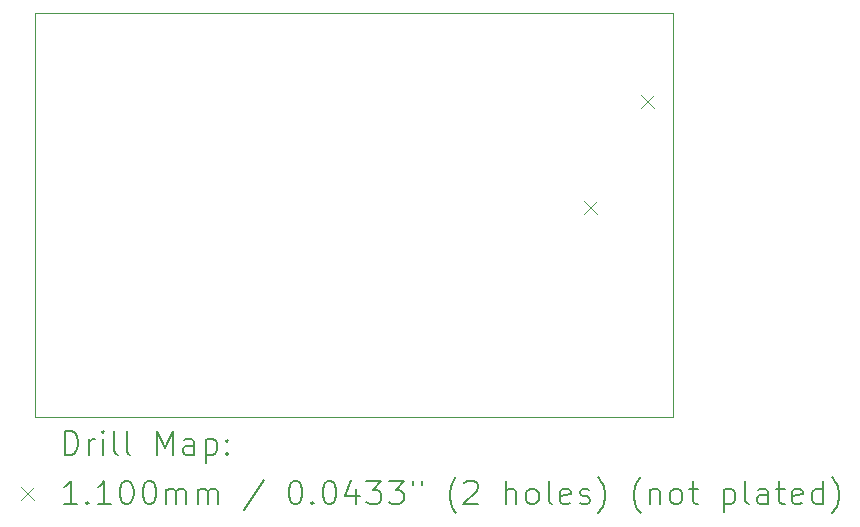
<source format=gbr>
%TF.GenerationSoftware,KiCad,Pcbnew,7.0.10*%
%TF.CreationDate,2025-02-08T16:12:34-05:00*%
%TF.ProjectId,pcb_v2,7063625f-7632-42e6-9b69-6361645f7063,rev?*%
%TF.SameCoordinates,Original*%
%TF.FileFunction,Drillmap*%
%TF.FilePolarity,Positive*%
%FSLAX45Y45*%
G04 Gerber Fmt 4.5, Leading zero omitted, Abs format (unit mm)*
G04 Created by KiCad (PCBNEW 7.0.10) date 2025-02-08 16:12:34*
%MOMM*%
%LPD*%
G01*
G04 APERTURE LIST*
%ADD10C,0.100000*%
%ADD11C,0.200000*%
%ADD12C,0.110000*%
G04 APERTURE END LIST*
D10*
X11355000Y-7679000D02*
X16755000Y-7679000D01*
X16755000Y-11104000D01*
X11355000Y-11104000D01*
X11355000Y-7679000D01*
D11*
D12*
X16004000Y-9274000D02*
X16114000Y-9384000D01*
X16114000Y-9274000D02*
X16004000Y-9384000D01*
X16486000Y-8378000D02*
X16596000Y-8488000D01*
X16596000Y-8378000D02*
X16486000Y-8488000D01*
D11*
X11610777Y-11420484D02*
X11610777Y-11220484D01*
X11610777Y-11220484D02*
X11658396Y-11220484D01*
X11658396Y-11220484D02*
X11686967Y-11230008D01*
X11686967Y-11230008D02*
X11706015Y-11249055D01*
X11706015Y-11249055D02*
X11715539Y-11268103D01*
X11715539Y-11268103D02*
X11725062Y-11306198D01*
X11725062Y-11306198D02*
X11725062Y-11334769D01*
X11725062Y-11334769D02*
X11715539Y-11372865D01*
X11715539Y-11372865D02*
X11706015Y-11391912D01*
X11706015Y-11391912D02*
X11686967Y-11410960D01*
X11686967Y-11410960D02*
X11658396Y-11420484D01*
X11658396Y-11420484D02*
X11610777Y-11420484D01*
X11810777Y-11420484D02*
X11810777Y-11287150D01*
X11810777Y-11325246D02*
X11820301Y-11306198D01*
X11820301Y-11306198D02*
X11829824Y-11296674D01*
X11829824Y-11296674D02*
X11848872Y-11287150D01*
X11848872Y-11287150D02*
X11867920Y-11287150D01*
X11934586Y-11420484D02*
X11934586Y-11287150D01*
X11934586Y-11220484D02*
X11925062Y-11230008D01*
X11925062Y-11230008D02*
X11934586Y-11239531D01*
X11934586Y-11239531D02*
X11944110Y-11230008D01*
X11944110Y-11230008D02*
X11934586Y-11220484D01*
X11934586Y-11220484D02*
X11934586Y-11239531D01*
X12058396Y-11420484D02*
X12039348Y-11410960D01*
X12039348Y-11410960D02*
X12029824Y-11391912D01*
X12029824Y-11391912D02*
X12029824Y-11220484D01*
X12163158Y-11420484D02*
X12144110Y-11410960D01*
X12144110Y-11410960D02*
X12134586Y-11391912D01*
X12134586Y-11391912D02*
X12134586Y-11220484D01*
X12391729Y-11420484D02*
X12391729Y-11220484D01*
X12391729Y-11220484D02*
X12458396Y-11363341D01*
X12458396Y-11363341D02*
X12525062Y-11220484D01*
X12525062Y-11220484D02*
X12525062Y-11420484D01*
X12706015Y-11420484D02*
X12706015Y-11315722D01*
X12706015Y-11315722D02*
X12696491Y-11296674D01*
X12696491Y-11296674D02*
X12677443Y-11287150D01*
X12677443Y-11287150D02*
X12639348Y-11287150D01*
X12639348Y-11287150D02*
X12620301Y-11296674D01*
X12706015Y-11410960D02*
X12686967Y-11420484D01*
X12686967Y-11420484D02*
X12639348Y-11420484D01*
X12639348Y-11420484D02*
X12620301Y-11410960D01*
X12620301Y-11410960D02*
X12610777Y-11391912D01*
X12610777Y-11391912D02*
X12610777Y-11372865D01*
X12610777Y-11372865D02*
X12620301Y-11353817D01*
X12620301Y-11353817D02*
X12639348Y-11344293D01*
X12639348Y-11344293D02*
X12686967Y-11344293D01*
X12686967Y-11344293D02*
X12706015Y-11334769D01*
X12801253Y-11287150D02*
X12801253Y-11487150D01*
X12801253Y-11296674D02*
X12820301Y-11287150D01*
X12820301Y-11287150D02*
X12858396Y-11287150D01*
X12858396Y-11287150D02*
X12877443Y-11296674D01*
X12877443Y-11296674D02*
X12886967Y-11306198D01*
X12886967Y-11306198D02*
X12896491Y-11325246D01*
X12896491Y-11325246D02*
X12896491Y-11382388D01*
X12896491Y-11382388D02*
X12886967Y-11401436D01*
X12886967Y-11401436D02*
X12877443Y-11410960D01*
X12877443Y-11410960D02*
X12858396Y-11420484D01*
X12858396Y-11420484D02*
X12820301Y-11420484D01*
X12820301Y-11420484D02*
X12801253Y-11410960D01*
X12982205Y-11401436D02*
X12991729Y-11410960D01*
X12991729Y-11410960D02*
X12982205Y-11420484D01*
X12982205Y-11420484D02*
X12972682Y-11410960D01*
X12972682Y-11410960D02*
X12982205Y-11401436D01*
X12982205Y-11401436D02*
X12982205Y-11420484D01*
X12982205Y-11296674D02*
X12991729Y-11306198D01*
X12991729Y-11306198D02*
X12982205Y-11315722D01*
X12982205Y-11315722D02*
X12972682Y-11306198D01*
X12972682Y-11306198D02*
X12982205Y-11296674D01*
X12982205Y-11296674D02*
X12982205Y-11315722D01*
D12*
X11240000Y-11694000D02*
X11350000Y-11804000D01*
X11350000Y-11694000D02*
X11240000Y-11804000D01*
D11*
X11715539Y-11840484D02*
X11601253Y-11840484D01*
X11658396Y-11840484D02*
X11658396Y-11640484D01*
X11658396Y-11640484D02*
X11639348Y-11669055D01*
X11639348Y-11669055D02*
X11620301Y-11688103D01*
X11620301Y-11688103D02*
X11601253Y-11697627D01*
X11801253Y-11821436D02*
X11810777Y-11830960D01*
X11810777Y-11830960D02*
X11801253Y-11840484D01*
X11801253Y-11840484D02*
X11791729Y-11830960D01*
X11791729Y-11830960D02*
X11801253Y-11821436D01*
X11801253Y-11821436D02*
X11801253Y-11840484D01*
X12001253Y-11840484D02*
X11886967Y-11840484D01*
X11944110Y-11840484D02*
X11944110Y-11640484D01*
X11944110Y-11640484D02*
X11925062Y-11669055D01*
X11925062Y-11669055D02*
X11906015Y-11688103D01*
X11906015Y-11688103D02*
X11886967Y-11697627D01*
X12125062Y-11640484D02*
X12144110Y-11640484D01*
X12144110Y-11640484D02*
X12163158Y-11650008D01*
X12163158Y-11650008D02*
X12172682Y-11659531D01*
X12172682Y-11659531D02*
X12182205Y-11678579D01*
X12182205Y-11678579D02*
X12191729Y-11716674D01*
X12191729Y-11716674D02*
X12191729Y-11764293D01*
X12191729Y-11764293D02*
X12182205Y-11802388D01*
X12182205Y-11802388D02*
X12172682Y-11821436D01*
X12172682Y-11821436D02*
X12163158Y-11830960D01*
X12163158Y-11830960D02*
X12144110Y-11840484D01*
X12144110Y-11840484D02*
X12125062Y-11840484D01*
X12125062Y-11840484D02*
X12106015Y-11830960D01*
X12106015Y-11830960D02*
X12096491Y-11821436D01*
X12096491Y-11821436D02*
X12086967Y-11802388D01*
X12086967Y-11802388D02*
X12077443Y-11764293D01*
X12077443Y-11764293D02*
X12077443Y-11716674D01*
X12077443Y-11716674D02*
X12086967Y-11678579D01*
X12086967Y-11678579D02*
X12096491Y-11659531D01*
X12096491Y-11659531D02*
X12106015Y-11650008D01*
X12106015Y-11650008D02*
X12125062Y-11640484D01*
X12315539Y-11640484D02*
X12334586Y-11640484D01*
X12334586Y-11640484D02*
X12353634Y-11650008D01*
X12353634Y-11650008D02*
X12363158Y-11659531D01*
X12363158Y-11659531D02*
X12372682Y-11678579D01*
X12372682Y-11678579D02*
X12382205Y-11716674D01*
X12382205Y-11716674D02*
X12382205Y-11764293D01*
X12382205Y-11764293D02*
X12372682Y-11802388D01*
X12372682Y-11802388D02*
X12363158Y-11821436D01*
X12363158Y-11821436D02*
X12353634Y-11830960D01*
X12353634Y-11830960D02*
X12334586Y-11840484D01*
X12334586Y-11840484D02*
X12315539Y-11840484D01*
X12315539Y-11840484D02*
X12296491Y-11830960D01*
X12296491Y-11830960D02*
X12286967Y-11821436D01*
X12286967Y-11821436D02*
X12277443Y-11802388D01*
X12277443Y-11802388D02*
X12267920Y-11764293D01*
X12267920Y-11764293D02*
X12267920Y-11716674D01*
X12267920Y-11716674D02*
X12277443Y-11678579D01*
X12277443Y-11678579D02*
X12286967Y-11659531D01*
X12286967Y-11659531D02*
X12296491Y-11650008D01*
X12296491Y-11650008D02*
X12315539Y-11640484D01*
X12467920Y-11840484D02*
X12467920Y-11707150D01*
X12467920Y-11726198D02*
X12477443Y-11716674D01*
X12477443Y-11716674D02*
X12496491Y-11707150D01*
X12496491Y-11707150D02*
X12525063Y-11707150D01*
X12525063Y-11707150D02*
X12544110Y-11716674D01*
X12544110Y-11716674D02*
X12553634Y-11735722D01*
X12553634Y-11735722D02*
X12553634Y-11840484D01*
X12553634Y-11735722D02*
X12563158Y-11716674D01*
X12563158Y-11716674D02*
X12582205Y-11707150D01*
X12582205Y-11707150D02*
X12610777Y-11707150D01*
X12610777Y-11707150D02*
X12629824Y-11716674D01*
X12629824Y-11716674D02*
X12639348Y-11735722D01*
X12639348Y-11735722D02*
X12639348Y-11840484D01*
X12734586Y-11840484D02*
X12734586Y-11707150D01*
X12734586Y-11726198D02*
X12744110Y-11716674D01*
X12744110Y-11716674D02*
X12763158Y-11707150D01*
X12763158Y-11707150D02*
X12791729Y-11707150D01*
X12791729Y-11707150D02*
X12810777Y-11716674D01*
X12810777Y-11716674D02*
X12820301Y-11735722D01*
X12820301Y-11735722D02*
X12820301Y-11840484D01*
X12820301Y-11735722D02*
X12829824Y-11716674D01*
X12829824Y-11716674D02*
X12848872Y-11707150D01*
X12848872Y-11707150D02*
X12877443Y-11707150D01*
X12877443Y-11707150D02*
X12896491Y-11716674D01*
X12896491Y-11716674D02*
X12906015Y-11735722D01*
X12906015Y-11735722D02*
X12906015Y-11840484D01*
X13296491Y-11630960D02*
X13125063Y-11888103D01*
X13553634Y-11640484D02*
X13572682Y-11640484D01*
X13572682Y-11640484D02*
X13591729Y-11650008D01*
X13591729Y-11650008D02*
X13601253Y-11659531D01*
X13601253Y-11659531D02*
X13610777Y-11678579D01*
X13610777Y-11678579D02*
X13620301Y-11716674D01*
X13620301Y-11716674D02*
X13620301Y-11764293D01*
X13620301Y-11764293D02*
X13610777Y-11802388D01*
X13610777Y-11802388D02*
X13601253Y-11821436D01*
X13601253Y-11821436D02*
X13591729Y-11830960D01*
X13591729Y-11830960D02*
X13572682Y-11840484D01*
X13572682Y-11840484D02*
X13553634Y-11840484D01*
X13553634Y-11840484D02*
X13534586Y-11830960D01*
X13534586Y-11830960D02*
X13525063Y-11821436D01*
X13525063Y-11821436D02*
X13515539Y-11802388D01*
X13515539Y-11802388D02*
X13506015Y-11764293D01*
X13506015Y-11764293D02*
X13506015Y-11716674D01*
X13506015Y-11716674D02*
X13515539Y-11678579D01*
X13515539Y-11678579D02*
X13525063Y-11659531D01*
X13525063Y-11659531D02*
X13534586Y-11650008D01*
X13534586Y-11650008D02*
X13553634Y-11640484D01*
X13706015Y-11821436D02*
X13715539Y-11830960D01*
X13715539Y-11830960D02*
X13706015Y-11840484D01*
X13706015Y-11840484D02*
X13696491Y-11830960D01*
X13696491Y-11830960D02*
X13706015Y-11821436D01*
X13706015Y-11821436D02*
X13706015Y-11840484D01*
X13839348Y-11640484D02*
X13858396Y-11640484D01*
X13858396Y-11640484D02*
X13877444Y-11650008D01*
X13877444Y-11650008D02*
X13886967Y-11659531D01*
X13886967Y-11659531D02*
X13896491Y-11678579D01*
X13896491Y-11678579D02*
X13906015Y-11716674D01*
X13906015Y-11716674D02*
X13906015Y-11764293D01*
X13906015Y-11764293D02*
X13896491Y-11802388D01*
X13896491Y-11802388D02*
X13886967Y-11821436D01*
X13886967Y-11821436D02*
X13877444Y-11830960D01*
X13877444Y-11830960D02*
X13858396Y-11840484D01*
X13858396Y-11840484D02*
X13839348Y-11840484D01*
X13839348Y-11840484D02*
X13820301Y-11830960D01*
X13820301Y-11830960D02*
X13810777Y-11821436D01*
X13810777Y-11821436D02*
X13801253Y-11802388D01*
X13801253Y-11802388D02*
X13791729Y-11764293D01*
X13791729Y-11764293D02*
X13791729Y-11716674D01*
X13791729Y-11716674D02*
X13801253Y-11678579D01*
X13801253Y-11678579D02*
X13810777Y-11659531D01*
X13810777Y-11659531D02*
X13820301Y-11650008D01*
X13820301Y-11650008D02*
X13839348Y-11640484D01*
X14077444Y-11707150D02*
X14077444Y-11840484D01*
X14029825Y-11630960D02*
X13982206Y-11773817D01*
X13982206Y-11773817D02*
X14106015Y-11773817D01*
X14163158Y-11640484D02*
X14286967Y-11640484D01*
X14286967Y-11640484D02*
X14220301Y-11716674D01*
X14220301Y-11716674D02*
X14248872Y-11716674D01*
X14248872Y-11716674D02*
X14267920Y-11726198D01*
X14267920Y-11726198D02*
X14277444Y-11735722D01*
X14277444Y-11735722D02*
X14286967Y-11754769D01*
X14286967Y-11754769D02*
X14286967Y-11802388D01*
X14286967Y-11802388D02*
X14277444Y-11821436D01*
X14277444Y-11821436D02*
X14267920Y-11830960D01*
X14267920Y-11830960D02*
X14248872Y-11840484D01*
X14248872Y-11840484D02*
X14191729Y-11840484D01*
X14191729Y-11840484D02*
X14172682Y-11830960D01*
X14172682Y-11830960D02*
X14163158Y-11821436D01*
X14353634Y-11640484D02*
X14477444Y-11640484D01*
X14477444Y-11640484D02*
X14410777Y-11716674D01*
X14410777Y-11716674D02*
X14439348Y-11716674D01*
X14439348Y-11716674D02*
X14458396Y-11726198D01*
X14458396Y-11726198D02*
X14467920Y-11735722D01*
X14467920Y-11735722D02*
X14477444Y-11754769D01*
X14477444Y-11754769D02*
X14477444Y-11802388D01*
X14477444Y-11802388D02*
X14467920Y-11821436D01*
X14467920Y-11821436D02*
X14458396Y-11830960D01*
X14458396Y-11830960D02*
X14439348Y-11840484D01*
X14439348Y-11840484D02*
X14382206Y-11840484D01*
X14382206Y-11840484D02*
X14363158Y-11830960D01*
X14363158Y-11830960D02*
X14353634Y-11821436D01*
X14553634Y-11640484D02*
X14553634Y-11678579D01*
X14629825Y-11640484D02*
X14629825Y-11678579D01*
X14925063Y-11916674D02*
X14915539Y-11907150D01*
X14915539Y-11907150D02*
X14896491Y-11878579D01*
X14896491Y-11878579D02*
X14886968Y-11859531D01*
X14886968Y-11859531D02*
X14877444Y-11830960D01*
X14877444Y-11830960D02*
X14867920Y-11783341D01*
X14867920Y-11783341D02*
X14867920Y-11745246D01*
X14867920Y-11745246D02*
X14877444Y-11697627D01*
X14877444Y-11697627D02*
X14886968Y-11669055D01*
X14886968Y-11669055D02*
X14896491Y-11650008D01*
X14896491Y-11650008D02*
X14915539Y-11621436D01*
X14915539Y-11621436D02*
X14925063Y-11611912D01*
X14991729Y-11659531D02*
X15001253Y-11650008D01*
X15001253Y-11650008D02*
X15020301Y-11640484D01*
X15020301Y-11640484D02*
X15067920Y-11640484D01*
X15067920Y-11640484D02*
X15086968Y-11650008D01*
X15086968Y-11650008D02*
X15096491Y-11659531D01*
X15096491Y-11659531D02*
X15106015Y-11678579D01*
X15106015Y-11678579D02*
X15106015Y-11697627D01*
X15106015Y-11697627D02*
X15096491Y-11726198D01*
X15096491Y-11726198D02*
X14982206Y-11840484D01*
X14982206Y-11840484D02*
X15106015Y-11840484D01*
X15344110Y-11840484D02*
X15344110Y-11640484D01*
X15429825Y-11840484D02*
X15429825Y-11735722D01*
X15429825Y-11735722D02*
X15420301Y-11716674D01*
X15420301Y-11716674D02*
X15401253Y-11707150D01*
X15401253Y-11707150D02*
X15372682Y-11707150D01*
X15372682Y-11707150D02*
X15353634Y-11716674D01*
X15353634Y-11716674D02*
X15344110Y-11726198D01*
X15553634Y-11840484D02*
X15534587Y-11830960D01*
X15534587Y-11830960D02*
X15525063Y-11821436D01*
X15525063Y-11821436D02*
X15515539Y-11802388D01*
X15515539Y-11802388D02*
X15515539Y-11745246D01*
X15515539Y-11745246D02*
X15525063Y-11726198D01*
X15525063Y-11726198D02*
X15534587Y-11716674D01*
X15534587Y-11716674D02*
X15553634Y-11707150D01*
X15553634Y-11707150D02*
X15582206Y-11707150D01*
X15582206Y-11707150D02*
X15601253Y-11716674D01*
X15601253Y-11716674D02*
X15610777Y-11726198D01*
X15610777Y-11726198D02*
X15620301Y-11745246D01*
X15620301Y-11745246D02*
X15620301Y-11802388D01*
X15620301Y-11802388D02*
X15610777Y-11821436D01*
X15610777Y-11821436D02*
X15601253Y-11830960D01*
X15601253Y-11830960D02*
X15582206Y-11840484D01*
X15582206Y-11840484D02*
X15553634Y-11840484D01*
X15734587Y-11840484D02*
X15715539Y-11830960D01*
X15715539Y-11830960D02*
X15706015Y-11811912D01*
X15706015Y-11811912D02*
X15706015Y-11640484D01*
X15886968Y-11830960D02*
X15867920Y-11840484D01*
X15867920Y-11840484D02*
X15829825Y-11840484D01*
X15829825Y-11840484D02*
X15810777Y-11830960D01*
X15810777Y-11830960D02*
X15801253Y-11811912D01*
X15801253Y-11811912D02*
X15801253Y-11735722D01*
X15801253Y-11735722D02*
X15810777Y-11716674D01*
X15810777Y-11716674D02*
X15829825Y-11707150D01*
X15829825Y-11707150D02*
X15867920Y-11707150D01*
X15867920Y-11707150D02*
X15886968Y-11716674D01*
X15886968Y-11716674D02*
X15896491Y-11735722D01*
X15896491Y-11735722D02*
X15896491Y-11754769D01*
X15896491Y-11754769D02*
X15801253Y-11773817D01*
X15972682Y-11830960D02*
X15991730Y-11840484D01*
X15991730Y-11840484D02*
X16029825Y-11840484D01*
X16029825Y-11840484D02*
X16048872Y-11830960D01*
X16048872Y-11830960D02*
X16058396Y-11811912D01*
X16058396Y-11811912D02*
X16058396Y-11802388D01*
X16058396Y-11802388D02*
X16048872Y-11783341D01*
X16048872Y-11783341D02*
X16029825Y-11773817D01*
X16029825Y-11773817D02*
X16001253Y-11773817D01*
X16001253Y-11773817D02*
X15982206Y-11764293D01*
X15982206Y-11764293D02*
X15972682Y-11745246D01*
X15972682Y-11745246D02*
X15972682Y-11735722D01*
X15972682Y-11735722D02*
X15982206Y-11716674D01*
X15982206Y-11716674D02*
X16001253Y-11707150D01*
X16001253Y-11707150D02*
X16029825Y-11707150D01*
X16029825Y-11707150D02*
X16048872Y-11716674D01*
X16125063Y-11916674D02*
X16134587Y-11907150D01*
X16134587Y-11907150D02*
X16153634Y-11878579D01*
X16153634Y-11878579D02*
X16163158Y-11859531D01*
X16163158Y-11859531D02*
X16172682Y-11830960D01*
X16172682Y-11830960D02*
X16182206Y-11783341D01*
X16182206Y-11783341D02*
X16182206Y-11745246D01*
X16182206Y-11745246D02*
X16172682Y-11697627D01*
X16172682Y-11697627D02*
X16163158Y-11669055D01*
X16163158Y-11669055D02*
X16153634Y-11650008D01*
X16153634Y-11650008D02*
X16134587Y-11621436D01*
X16134587Y-11621436D02*
X16125063Y-11611912D01*
X16486968Y-11916674D02*
X16477444Y-11907150D01*
X16477444Y-11907150D02*
X16458396Y-11878579D01*
X16458396Y-11878579D02*
X16448872Y-11859531D01*
X16448872Y-11859531D02*
X16439349Y-11830960D01*
X16439349Y-11830960D02*
X16429825Y-11783341D01*
X16429825Y-11783341D02*
X16429825Y-11745246D01*
X16429825Y-11745246D02*
X16439349Y-11697627D01*
X16439349Y-11697627D02*
X16448872Y-11669055D01*
X16448872Y-11669055D02*
X16458396Y-11650008D01*
X16458396Y-11650008D02*
X16477444Y-11621436D01*
X16477444Y-11621436D02*
X16486968Y-11611912D01*
X16563158Y-11707150D02*
X16563158Y-11840484D01*
X16563158Y-11726198D02*
X16572682Y-11716674D01*
X16572682Y-11716674D02*
X16591730Y-11707150D01*
X16591730Y-11707150D02*
X16620301Y-11707150D01*
X16620301Y-11707150D02*
X16639349Y-11716674D01*
X16639349Y-11716674D02*
X16648872Y-11735722D01*
X16648872Y-11735722D02*
X16648872Y-11840484D01*
X16772682Y-11840484D02*
X16753634Y-11830960D01*
X16753634Y-11830960D02*
X16744111Y-11821436D01*
X16744111Y-11821436D02*
X16734587Y-11802388D01*
X16734587Y-11802388D02*
X16734587Y-11745246D01*
X16734587Y-11745246D02*
X16744111Y-11726198D01*
X16744111Y-11726198D02*
X16753634Y-11716674D01*
X16753634Y-11716674D02*
X16772682Y-11707150D01*
X16772682Y-11707150D02*
X16801254Y-11707150D01*
X16801254Y-11707150D02*
X16820301Y-11716674D01*
X16820301Y-11716674D02*
X16829825Y-11726198D01*
X16829825Y-11726198D02*
X16839349Y-11745246D01*
X16839349Y-11745246D02*
X16839349Y-11802388D01*
X16839349Y-11802388D02*
X16829825Y-11821436D01*
X16829825Y-11821436D02*
X16820301Y-11830960D01*
X16820301Y-11830960D02*
X16801254Y-11840484D01*
X16801254Y-11840484D02*
X16772682Y-11840484D01*
X16896492Y-11707150D02*
X16972682Y-11707150D01*
X16925063Y-11640484D02*
X16925063Y-11811912D01*
X16925063Y-11811912D02*
X16934587Y-11830960D01*
X16934587Y-11830960D02*
X16953634Y-11840484D01*
X16953634Y-11840484D02*
X16972682Y-11840484D01*
X17191730Y-11707150D02*
X17191730Y-11907150D01*
X17191730Y-11716674D02*
X17210777Y-11707150D01*
X17210777Y-11707150D02*
X17248873Y-11707150D01*
X17248873Y-11707150D02*
X17267920Y-11716674D01*
X17267920Y-11716674D02*
X17277444Y-11726198D01*
X17277444Y-11726198D02*
X17286968Y-11745246D01*
X17286968Y-11745246D02*
X17286968Y-11802388D01*
X17286968Y-11802388D02*
X17277444Y-11821436D01*
X17277444Y-11821436D02*
X17267920Y-11830960D01*
X17267920Y-11830960D02*
X17248873Y-11840484D01*
X17248873Y-11840484D02*
X17210777Y-11840484D01*
X17210777Y-11840484D02*
X17191730Y-11830960D01*
X17401254Y-11840484D02*
X17382206Y-11830960D01*
X17382206Y-11830960D02*
X17372682Y-11811912D01*
X17372682Y-11811912D02*
X17372682Y-11640484D01*
X17563158Y-11840484D02*
X17563158Y-11735722D01*
X17563158Y-11735722D02*
X17553635Y-11716674D01*
X17553635Y-11716674D02*
X17534587Y-11707150D01*
X17534587Y-11707150D02*
X17496492Y-11707150D01*
X17496492Y-11707150D02*
X17477444Y-11716674D01*
X17563158Y-11830960D02*
X17544111Y-11840484D01*
X17544111Y-11840484D02*
X17496492Y-11840484D01*
X17496492Y-11840484D02*
X17477444Y-11830960D01*
X17477444Y-11830960D02*
X17467920Y-11811912D01*
X17467920Y-11811912D02*
X17467920Y-11792865D01*
X17467920Y-11792865D02*
X17477444Y-11773817D01*
X17477444Y-11773817D02*
X17496492Y-11764293D01*
X17496492Y-11764293D02*
X17544111Y-11764293D01*
X17544111Y-11764293D02*
X17563158Y-11754769D01*
X17629825Y-11707150D02*
X17706015Y-11707150D01*
X17658396Y-11640484D02*
X17658396Y-11811912D01*
X17658396Y-11811912D02*
X17667920Y-11830960D01*
X17667920Y-11830960D02*
X17686968Y-11840484D01*
X17686968Y-11840484D02*
X17706015Y-11840484D01*
X17848873Y-11830960D02*
X17829825Y-11840484D01*
X17829825Y-11840484D02*
X17791730Y-11840484D01*
X17791730Y-11840484D02*
X17772682Y-11830960D01*
X17772682Y-11830960D02*
X17763158Y-11811912D01*
X17763158Y-11811912D02*
X17763158Y-11735722D01*
X17763158Y-11735722D02*
X17772682Y-11716674D01*
X17772682Y-11716674D02*
X17791730Y-11707150D01*
X17791730Y-11707150D02*
X17829825Y-11707150D01*
X17829825Y-11707150D02*
X17848873Y-11716674D01*
X17848873Y-11716674D02*
X17858396Y-11735722D01*
X17858396Y-11735722D02*
X17858396Y-11754769D01*
X17858396Y-11754769D02*
X17763158Y-11773817D01*
X18029825Y-11840484D02*
X18029825Y-11640484D01*
X18029825Y-11830960D02*
X18010777Y-11840484D01*
X18010777Y-11840484D02*
X17972682Y-11840484D01*
X17972682Y-11840484D02*
X17953635Y-11830960D01*
X17953635Y-11830960D02*
X17944111Y-11821436D01*
X17944111Y-11821436D02*
X17934587Y-11802388D01*
X17934587Y-11802388D02*
X17934587Y-11745246D01*
X17934587Y-11745246D02*
X17944111Y-11726198D01*
X17944111Y-11726198D02*
X17953635Y-11716674D01*
X17953635Y-11716674D02*
X17972682Y-11707150D01*
X17972682Y-11707150D02*
X18010777Y-11707150D01*
X18010777Y-11707150D02*
X18029825Y-11716674D01*
X18106016Y-11916674D02*
X18115539Y-11907150D01*
X18115539Y-11907150D02*
X18134587Y-11878579D01*
X18134587Y-11878579D02*
X18144111Y-11859531D01*
X18144111Y-11859531D02*
X18153635Y-11830960D01*
X18153635Y-11830960D02*
X18163158Y-11783341D01*
X18163158Y-11783341D02*
X18163158Y-11745246D01*
X18163158Y-11745246D02*
X18153635Y-11697627D01*
X18153635Y-11697627D02*
X18144111Y-11669055D01*
X18144111Y-11669055D02*
X18134587Y-11650008D01*
X18134587Y-11650008D02*
X18115539Y-11621436D01*
X18115539Y-11621436D02*
X18106016Y-11611912D01*
M02*

</source>
